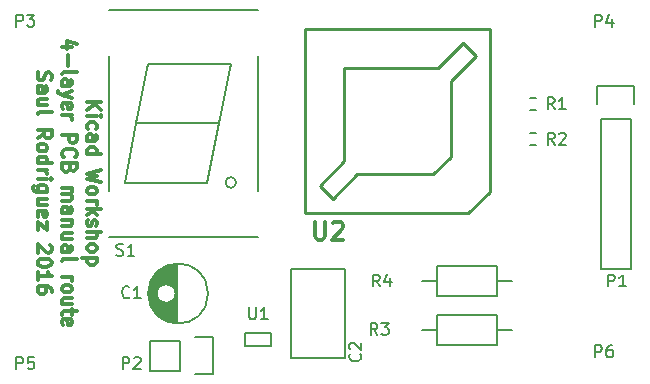
<source format=gto>
G04 #@! TF.FileFunction,Legend,Top*
%FSLAX46Y46*%
G04 Gerber Fmt 4.6, Leading zero omitted, Abs format (unit mm)*
G04 Created by KiCad (PCBNEW 4.0.4+e1-6308~48~ubuntu16.04.1-stable) date Fri Oct 14 16:45:37 2016*
%MOMM*%
%LPD*%
G01*
G04 APERTURE LIST*
%ADD10C,0.100000*%
%ADD11C,0.300000*%
%ADD12C,0.150000*%
%ADD13C,0.254000*%
%ADD14C,0.304800*%
G04 APERTURE END LIST*
D10*
D11*
X142257143Y-109842857D02*
X143457143Y-109842857D01*
X142257143Y-110528572D02*
X142942857Y-110014286D01*
X143457143Y-110528572D02*
X142771429Y-109842857D01*
X142257143Y-111042857D02*
X143057143Y-111042857D01*
X143457143Y-111042857D02*
X143400000Y-110985714D01*
X143342857Y-111042857D01*
X143400000Y-111100000D01*
X143457143Y-111042857D01*
X143342857Y-111042857D01*
X142314286Y-112128572D02*
X142257143Y-112014286D01*
X142257143Y-111785715D01*
X142314286Y-111671429D01*
X142371429Y-111614286D01*
X142485714Y-111557143D01*
X142828571Y-111557143D01*
X142942857Y-111614286D01*
X143000000Y-111671429D01*
X143057143Y-111785715D01*
X143057143Y-112014286D01*
X143000000Y-112128572D01*
X142257143Y-113157143D02*
X142885714Y-113157143D01*
X143000000Y-113100000D01*
X143057143Y-112985714D01*
X143057143Y-112757143D01*
X143000000Y-112642857D01*
X142314286Y-113157143D02*
X142257143Y-113042857D01*
X142257143Y-112757143D01*
X142314286Y-112642857D01*
X142428571Y-112585714D01*
X142542857Y-112585714D01*
X142657143Y-112642857D01*
X142714286Y-112757143D01*
X142714286Y-113042857D01*
X142771429Y-113157143D01*
X142257143Y-114242857D02*
X143457143Y-114242857D01*
X142314286Y-114242857D02*
X142257143Y-114128571D01*
X142257143Y-113900000D01*
X142314286Y-113785714D01*
X142371429Y-113728571D01*
X142485714Y-113671428D01*
X142828571Y-113671428D01*
X142942857Y-113728571D01*
X143000000Y-113785714D01*
X143057143Y-113900000D01*
X143057143Y-114128571D01*
X143000000Y-114242857D01*
X143457143Y-115614286D02*
X142257143Y-115900000D01*
X143114286Y-116128571D01*
X142257143Y-116357143D01*
X143457143Y-116642857D01*
X142257143Y-117271429D02*
X142314286Y-117157143D01*
X142371429Y-117100000D01*
X142485714Y-117042857D01*
X142828571Y-117042857D01*
X142942857Y-117100000D01*
X143000000Y-117157143D01*
X143057143Y-117271429D01*
X143057143Y-117442857D01*
X143000000Y-117557143D01*
X142942857Y-117614286D01*
X142828571Y-117671429D01*
X142485714Y-117671429D01*
X142371429Y-117614286D01*
X142314286Y-117557143D01*
X142257143Y-117442857D01*
X142257143Y-117271429D01*
X142257143Y-118185714D02*
X143057143Y-118185714D01*
X142828571Y-118185714D02*
X142942857Y-118242857D01*
X143000000Y-118300000D01*
X143057143Y-118414286D01*
X143057143Y-118528571D01*
X142257143Y-118928571D02*
X143457143Y-118928571D01*
X142714286Y-119042857D02*
X142257143Y-119385714D01*
X143057143Y-119385714D02*
X142600000Y-118928571D01*
X142314286Y-119842857D02*
X142257143Y-119957143D01*
X142257143Y-120185715D01*
X142314286Y-120300000D01*
X142428571Y-120357143D01*
X142485714Y-120357143D01*
X142600000Y-120300000D01*
X142657143Y-120185715D01*
X142657143Y-120014286D01*
X142714286Y-119900000D01*
X142828571Y-119842857D01*
X142885714Y-119842857D01*
X143000000Y-119900000D01*
X143057143Y-120014286D01*
X143057143Y-120185715D01*
X143000000Y-120300000D01*
X142257143Y-120871429D02*
X143457143Y-120871429D01*
X142257143Y-121385715D02*
X142885714Y-121385715D01*
X143000000Y-121328572D01*
X143057143Y-121214286D01*
X143057143Y-121042858D01*
X143000000Y-120928572D01*
X142942857Y-120871429D01*
X142257143Y-122128572D02*
X142314286Y-122014286D01*
X142371429Y-121957143D01*
X142485714Y-121900000D01*
X142828571Y-121900000D01*
X142942857Y-121957143D01*
X143000000Y-122014286D01*
X143057143Y-122128572D01*
X143057143Y-122300000D01*
X143000000Y-122414286D01*
X142942857Y-122471429D01*
X142828571Y-122528572D01*
X142485714Y-122528572D01*
X142371429Y-122471429D01*
X142314286Y-122414286D01*
X142257143Y-122300000D01*
X142257143Y-122128572D01*
X143057143Y-123042857D02*
X141857143Y-123042857D01*
X143000000Y-123042857D02*
X143057143Y-123157143D01*
X143057143Y-123385714D01*
X143000000Y-123500000D01*
X142942857Y-123557143D01*
X142828571Y-123614286D01*
X142485714Y-123614286D01*
X142371429Y-123557143D01*
X142314286Y-123500000D01*
X142257143Y-123385714D01*
X142257143Y-123157143D01*
X142314286Y-123042857D01*
X140957143Y-105214288D02*
X140157143Y-105214288D01*
X141414286Y-104928574D02*
X140557143Y-104642859D01*
X140557143Y-105385717D01*
X140614286Y-105842859D02*
X140614286Y-106757145D01*
X140157143Y-107500002D02*
X140214286Y-107385716D01*
X140328571Y-107328573D01*
X141357143Y-107328573D01*
X140157143Y-108471430D02*
X140785714Y-108471430D01*
X140900000Y-108414287D01*
X140957143Y-108300001D01*
X140957143Y-108071430D01*
X140900000Y-107957144D01*
X140214286Y-108471430D02*
X140157143Y-108357144D01*
X140157143Y-108071430D01*
X140214286Y-107957144D01*
X140328571Y-107900001D01*
X140442857Y-107900001D01*
X140557143Y-107957144D01*
X140614286Y-108071430D01*
X140614286Y-108357144D01*
X140671429Y-108471430D01*
X140957143Y-108928573D02*
X140157143Y-109214287D01*
X140957143Y-109500001D02*
X140157143Y-109214287D01*
X139871429Y-109100001D01*
X139814286Y-109042858D01*
X139757143Y-108928573D01*
X140214286Y-110414287D02*
X140157143Y-110300001D01*
X140157143Y-110071430D01*
X140214286Y-109957144D01*
X140328571Y-109900001D01*
X140785714Y-109900001D01*
X140900000Y-109957144D01*
X140957143Y-110071430D01*
X140957143Y-110300001D01*
X140900000Y-110414287D01*
X140785714Y-110471430D01*
X140671429Y-110471430D01*
X140557143Y-109900001D01*
X140157143Y-110985715D02*
X140957143Y-110985715D01*
X140728571Y-110985715D02*
X140842857Y-111042858D01*
X140900000Y-111100001D01*
X140957143Y-111214287D01*
X140957143Y-111328572D01*
X140157143Y-112642858D02*
X141357143Y-112642858D01*
X141357143Y-113100001D01*
X141300000Y-113214287D01*
X141242857Y-113271430D01*
X141128571Y-113328573D01*
X140957143Y-113328573D01*
X140842857Y-113271430D01*
X140785714Y-113214287D01*
X140728571Y-113100001D01*
X140728571Y-112642858D01*
X140271429Y-114528573D02*
X140214286Y-114471430D01*
X140157143Y-114300001D01*
X140157143Y-114185715D01*
X140214286Y-114014287D01*
X140328571Y-113900001D01*
X140442857Y-113842858D01*
X140671429Y-113785715D01*
X140842857Y-113785715D01*
X141071429Y-113842858D01*
X141185714Y-113900001D01*
X141300000Y-114014287D01*
X141357143Y-114185715D01*
X141357143Y-114300001D01*
X141300000Y-114471430D01*
X141242857Y-114528573D01*
X140785714Y-115442858D02*
X140728571Y-115614287D01*
X140671429Y-115671430D01*
X140557143Y-115728573D01*
X140385714Y-115728573D01*
X140271429Y-115671430D01*
X140214286Y-115614287D01*
X140157143Y-115500001D01*
X140157143Y-115042858D01*
X141357143Y-115042858D01*
X141357143Y-115442858D01*
X141300000Y-115557144D01*
X141242857Y-115614287D01*
X141128571Y-115671430D01*
X141014286Y-115671430D01*
X140900000Y-115614287D01*
X140842857Y-115557144D01*
X140785714Y-115442858D01*
X140785714Y-115042858D01*
X140157143Y-117157144D02*
X140957143Y-117157144D01*
X140842857Y-117157144D02*
X140900000Y-117214287D01*
X140957143Y-117328573D01*
X140957143Y-117500001D01*
X140900000Y-117614287D01*
X140785714Y-117671430D01*
X140157143Y-117671430D01*
X140785714Y-117671430D02*
X140900000Y-117728573D01*
X140957143Y-117842859D01*
X140957143Y-118014287D01*
X140900000Y-118128573D01*
X140785714Y-118185716D01*
X140157143Y-118185716D01*
X140157143Y-119271430D02*
X140785714Y-119271430D01*
X140900000Y-119214287D01*
X140957143Y-119100001D01*
X140957143Y-118871430D01*
X140900000Y-118757144D01*
X140214286Y-119271430D02*
X140157143Y-119157144D01*
X140157143Y-118871430D01*
X140214286Y-118757144D01*
X140328571Y-118700001D01*
X140442857Y-118700001D01*
X140557143Y-118757144D01*
X140614286Y-118871430D01*
X140614286Y-119157144D01*
X140671429Y-119271430D01*
X140957143Y-119842858D02*
X140157143Y-119842858D01*
X140842857Y-119842858D02*
X140900000Y-119900001D01*
X140957143Y-120014287D01*
X140957143Y-120185715D01*
X140900000Y-120300001D01*
X140785714Y-120357144D01*
X140157143Y-120357144D01*
X140957143Y-121442858D02*
X140157143Y-121442858D01*
X140957143Y-120928572D02*
X140328571Y-120928572D01*
X140214286Y-120985715D01*
X140157143Y-121100001D01*
X140157143Y-121271429D01*
X140214286Y-121385715D01*
X140271429Y-121442858D01*
X140157143Y-122528572D02*
X140785714Y-122528572D01*
X140900000Y-122471429D01*
X140957143Y-122357143D01*
X140957143Y-122128572D01*
X140900000Y-122014286D01*
X140214286Y-122528572D02*
X140157143Y-122414286D01*
X140157143Y-122128572D01*
X140214286Y-122014286D01*
X140328571Y-121957143D01*
X140442857Y-121957143D01*
X140557143Y-122014286D01*
X140614286Y-122128572D01*
X140614286Y-122414286D01*
X140671429Y-122528572D01*
X140157143Y-123271429D02*
X140214286Y-123157143D01*
X140328571Y-123100000D01*
X141357143Y-123100000D01*
X140157143Y-124642857D02*
X140957143Y-124642857D01*
X140728571Y-124642857D02*
X140842857Y-124700000D01*
X140900000Y-124757143D01*
X140957143Y-124871429D01*
X140957143Y-124985714D01*
X140157143Y-125557143D02*
X140214286Y-125442857D01*
X140271429Y-125385714D01*
X140385714Y-125328571D01*
X140728571Y-125328571D01*
X140842857Y-125385714D01*
X140900000Y-125442857D01*
X140957143Y-125557143D01*
X140957143Y-125728571D01*
X140900000Y-125842857D01*
X140842857Y-125900000D01*
X140728571Y-125957143D01*
X140385714Y-125957143D01*
X140271429Y-125900000D01*
X140214286Y-125842857D01*
X140157143Y-125728571D01*
X140157143Y-125557143D01*
X140957143Y-126985714D02*
X140157143Y-126985714D01*
X140957143Y-126471428D02*
X140328571Y-126471428D01*
X140214286Y-126528571D01*
X140157143Y-126642857D01*
X140157143Y-126814285D01*
X140214286Y-126928571D01*
X140271429Y-126985714D01*
X140957143Y-127385714D02*
X140957143Y-127842857D01*
X141357143Y-127557142D02*
X140328571Y-127557142D01*
X140214286Y-127614285D01*
X140157143Y-127728571D01*
X140157143Y-127842857D01*
X140214286Y-128699999D02*
X140157143Y-128585713D01*
X140157143Y-128357142D01*
X140214286Y-128242856D01*
X140328571Y-128185713D01*
X140785714Y-128185713D01*
X140900000Y-128242856D01*
X140957143Y-128357142D01*
X140957143Y-128585713D01*
X140900000Y-128699999D01*
X140785714Y-128757142D01*
X140671429Y-128757142D01*
X140557143Y-128185713D01*
X138114286Y-107328572D02*
X138057143Y-107500001D01*
X138057143Y-107785715D01*
X138114286Y-107900001D01*
X138171429Y-107957144D01*
X138285714Y-108014287D01*
X138400000Y-108014287D01*
X138514286Y-107957144D01*
X138571429Y-107900001D01*
X138628571Y-107785715D01*
X138685714Y-107557144D01*
X138742857Y-107442858D01*
X138800000Y-107385715D01*
X138914286Y-107328572D01*
X139028571Y-107328572D01*
X139142857Y-107385715D01*
X139200000Y-107442858D01*
X139257143Y-107557144D01*
X139257143Y-107842858D01*
X139200000Y-108014287D01*
X138057143Y-109042858D02*
X138685714Y-109042858D01*
X138800000Y-108985715D01*
X138857143Y-108871429D01*
X138857143Y-108642858D01*
X138800000Y-108528572D01*
X138114286Y-109042858D02*
X138057143Y-108928572D01*
X138057143Y-108642858D01*
X138114286Y-108528572D01*
X138228571Y-108471429D01*
X138342857Y-108471429D01*
X138457143Y-108528572D01*
X138514286Y-108642858D01*
X138514286Y-108928572D01*
X138571429Y-109042858D01*
X138857143Y-110128572D02*
X138057143Y-110128572D01*
X138857143Y-109614286D02*
X138228571Y-109614286D01*
X138114286Y-109671429D01*
X138057143Y-109785715D01*
X138057143Y-109957143D01*
X138114286Y-110071429D01*
X138171429Y-110128572D01*
X138057143Y-110871429D02*
X138114286Y-110757143D01*
X138228571Y-110700000D01*
X139257143Y-110700000D01*
X138057143Y-112928572D02*
X138628571Y-112528572D01*
X138057143Y-112242857D02*
X139257143Y-112242857D01*
X139257143Y-112700000D01*
X139200000Y-112814286D01*
X139142857Y-112871429D01*
X139028571Y-112928572D01*
X138857143Y-112928572D01*
X138742857Y-112871429D01*
X138685714Y-112814286D01*
X138628571Y-112700000D01*
X138628571Y-112242857D01*
X138057143Y-113614286D02*
X138114286Y-113500000D01*
X138171429Y-113442857D01*
X138285714Y-113385714D01*
X138628571Y-113385714D01*
X138742857Y-113442857D01*
X138800000Y-113500000D01*
X138857143Y-113614286D01*
X138857143Y-113785714D01*
X138800000Y-113900000D01*
X138742857Y-113957143D01*
X138628571Y-114014286D01*
X138285714Y-114014286D01*
X138171429Y-113957143D01*
X138114286Y-113900000D01*
X138057143Y-113785714D01*
X138057143Y-113614286D01*
X138057143Y-115042857D02*
X139257143Y-115042857D01*
X138114286Y-115042857D02*
X138057143Y-114928571D01*
X138057143Y-114700000D01*
X138114286Y-114585714D01*
X138171429Y-114528571D01*
X138285714Y-114471428D01*
X138628571Y-114471428D01*
X138742857Y-114528571D01*
X138800000Y-114585714D01*
X138857143Y-114700000D01*
X138857143Y-114928571D01*
X138800000Y-115042857D01*
X138057143Y-115614285D02*
X138857143Y-115614285D01*
X138628571Y-115614285D02*
X138742857Y-115671428D01*
X138800000Y-115728571D01*
X138857143Y-115842857D01*
X138857143Y-115957142D01*
X138057143Y-116357142D02*
X138857143Y-116357142D01*
X139257143Y-116357142D02*
X139200000Y-116299999D01*
X139142857Y-116357142D01*
X139200000Y-116414285D01*
X139257143Y-116357142D01*
X139142857Y-116357142D01*
X138857143Y-117442857D02*
X137885714Y-117442857D01*
X137771429Y-117385714D01*
X137714286Y-117328571D01*
X137657143Y-117214286D01*
X137657143Y-117042857D01*
X137714286Y-116928571D01*
X138114286Y-117442857D02*
X138057143Y-117328571D01*
X138057143Y-117100000D01*
X138114286Y-116985714D01*
X138171429Y-116928571D01*
X138285714Y-116871428D01*
X138628571Y-116871428D01*
X138742857Y-116928571D01*
X138800000Y-116985714D01*
X138857143Y-117100000D01*
X138857143Y-117328571D01*
X138800000Y-117442857D01*
X138857143Y-118528571D02*
X138057143Y-118528571D01*
X138857143Y-118014285D02*
X138228571Y-118014285D01*
X138114286Y-118071428D01*
X138057143Y-118185714D01*
X138057143Y-118357142D01*
X138114286Y-118471428D01*
X138171429Y-118528571D01*
X138114286Y-119557142D02*
X138057143Y-119442856D01*
X138057143Y-119214285D01*
X138114286Y-119099999D01*
X138228571Y-119042856D01*
X138685714Y-119042856D01*
X138800000Y-119099999D01*
X138857143Y-119214285D01*
X138857143Y-119442856D01*
X138800000Y-119557142D01*
X138685714Y-119614285D01*
X138571429Y-119614285D01*
X138457143Y-119042856D01*
X138857143Y-120014285D02*
X138857143Y-120642856D01*
X138057143Y-120014285D01*
X138057143Y-120642856D01*
X139142857Y-121957142D02*
X139200000Y-122014285D01*
X139257143Y-122128571D01*
X139257143Y-122414285D01*
X139200000Y-122528571D01*
X139142857Y-122585714D01*
X139028571Y-122642857D01*
X138914286Y-122642857D01*
X138742857Y-122585714D01*
X138057143Y-121900000D01*
X138057143Y-122642857D01*
X139257143Y-123385714D02*
X139257143Y-123499999D01*
X139200000Y-123614285D01*
X139142857Y-123671428D01*
X139028571Y-123728571D01*
X138800000Y-123785714D01*
X138514286Y-123785714D01*
X138285714Y-123728571D01*
X138171429Y-123671428D01*
X138114286Y-123614285D01*
X138057143Y-123499999D01*
X138057143Y-123385714D01*
X138114286Y-123271428D01*
X138171429Y-123214285D01*
X138285714Y-123157142D01*
X138514286Y-123099999D01*
X138800000Y-123099999D01*
X139028571Y-123157142D01*
X139142857Y-123214285D01*
X139200000Y-123271428D01*
X139257143Y-123385714D01*
X138057143Y-124928571D02*
X138057143Y-124242856D01*
X138057143Y-124585714D02*
X139257143Y-124585714D01*
X139085714Y-124471428D01*
X138971429Y-124357142D01*
X138914286Y-124242856D01*
X139257143Y-125957142D02*
X139257143Y-125728571D01*
X139200000Y-125614285D01*
X139142857Y-125557142D01*
X138971429Y-125442856D01*
X138742857Y-125385713D01*
X138285714Y-125385713D01*
X138171429Y-125442856D01*
X138114286Y-125499999D01*
X138057143Y-125614285D01*
X138057143Y-125842856D01*
X138114286Y-125957142D01*
X138171429Y-126014285D01*
X138285714Y-126071428D01*
X138571429Y-126071428D01*
X138685714Y-126014285D01*
X138742857Y-125957142D01*
X138800000Y-125842856D01*
X138800000Y-125614285D01*
X138742857Y-125499999D01*
X138685714Y-125442856D01*
X138571429Y-125385713D01*
D12*
X149875000Y-128559000D02*
X149875000Y-123561000D01*
X149735000Y-128551000D02*
X149735000Y-126214000D01*
X149735000Y-125906000D02*
X149735000Y-123569000D01*
X149595000Y-128535000D02*
X149595000Y-126533000D01*
X149595000Y-125587000D02*
X149595000Y-123585000D01*
X149455000Y-128511000D02*
X149455000Y-126680000D01*
X149455000Y-125440000D02*
X149455000Y-123609000D01*
X149315000Y-128478000D02*
X149315000Y-126772000D01*
X149315000Y-125348000D02*
X149315000Y-123642000D01*
X149175000Y-128437000D02*
X149175000Y-126828000D01*
X149175000Y-125292000D02*
X149175000Y-123683000D01*
X149035000Y-128387000D02*
X149035000Y-126855000D01*
X149035000Y-125265000D02*
X149035000Y-123733000D01*
X148895000Y-128326000D02*
X148895000Y-126858000D01*
X148895000Y-125262000D02*
X148895000Y-123794000D01*
X148755000Y-128256000D02*
X148755000Y-126836000D01*
X148755000Y-125284000D02*
X148755000Y-123864000D01*
X148615000Y-128174000D02*
X148615000Y-126786000D01*
X148615000Y-125334000D02*
X148615000Y-123946000D01*
X148475000Y-128079000D02*
X148475000Y-126704000D01*
X148475000Y-125416000D02*
X148475000Y-124041000D01*
X148335000Y-127968000D02*
X148335000Y-126572000D01*
X148335000Y-125548000D02*
X148335000Y-124152000D01*
X148195000Y-127840000D02*
X148195000Y-126325000D01*
X148195000Y-125795000D02*
X148195000Y-124280000D01*
X148055000Y-127691000D02*
X148055000Y-124429000D01*
X147915000Y-127512000D02*
X147915000Y-124608000D01*
X147775000Y-127293000D02*
X147775000Y-124827000D01*
X147635000Y-127004000D02*
X147635000Y-125116000D01*
X147495000Y-126532000D02*
X147495000Y-125588000D01*
X149750000Y-126060000D02*
G75*
G03X149750000Y-126060000I-800000J0D01*
G01*
X152487500Y-126060000D02*
G75*
G03X152487500Y-126060000I-2537500J0D01*
G01*
X164050000Y-124010000D02*
X164050000Y-131510000D01*
X164050000Y-131510000D02*
X159550000Y-131510000D01*
X159550000Y-131510000D02*
X159550000Y-124010000D01*
X159550000Y-124010000D02*
X164050000Y-124010000D01*
X188270000Y-111270000D02*
X188270000Y-123970000D01*
X188270000Y-123970000D02*
X185730000Y-123970000D01*
X185730000Y-123970000D02*
X185730000Y-111270000D01*
X188550000Y-108450000D02*
X188550000Y-110000000D01*
X188270000Y-111270000D02*
X185730000Y-111270000D01*
X185450000Y-110000000D02*
X185450000Y-108450000D01*
X185450000Y-108450000D02*
X188550000Y-108450000D01*
X150110000Y-132590000D02*
X147570000Y-132590000D01*
X152930000Y-132870000D02*
X151380000Y-132870000D01*
X150110000Y-132590000D02*
X150110000Y-130050000D01*
X151380000Y-129770000D02*
X152930000Y-129770000D01*
X152930000Y-129770000D02*
X152930000Y-132870000D01*
X150110000Y-130050000D02*
X147570000Y-130050000D01*
X147570000Y-130050000D02*
X147570000Y-132590000D01*
X180250000Y-109475000D02*
X179750000Y-109475000D01*
X179750000Y-110525000D02*
X180250000Y-110525000D01*
X180250000Y-112475000D02*
X179750000Y-112475000D01*
X179750000Y-113525000D02*
X180250000Y-113525000D01*
X171890000Y-127900000D02*
X176970000Y-127900000D01*
X176970000Y-127900000D02*
X176970000Y-130440000D01*
X176970000Y-130440000D02*
X171890000Y-130440000D01*
X171890000Y-130440000D02*
X171890000Y-127900000D01*
X171890000Y-129170000D02*
X170620000Y-129170000D01*
X176970000Y-129170000D02*
X178240000Y-129170000D01*
X176950000Y-126260000D02*
X171870000Y-126260000D01*
X171870000Y-126260000D02*
X171870000Y-123720000D01*
X171870000Y-123720000D02*
X176950000Y-123720000D01*
X176950000Y-123720000D02*
X176950000Y-126260000D01*
X176950000Y-124990000D02*
X178220000Y-124990000D01*
X171870000Y-124990000D02*
X170600000Y-124990000D01*
X154867214Y-116660000D02*
G75*
G03X154867214Y-116660000I-447214J0D01*
G01*
X147420000Y-106660000D02*
X146420000Y-111660000D01*
X146420000Y-111660000D02*
X145420000Y-116660000D01*
X145420000Y-116660000D02*
X152420000Y-116660000D01*
X152420000Y-116660000D02*
X153420000Y-111660000D01*
X154420000Y-106660000D02*
X153420000Y-111660000D01*
X153420000Y-111660000D02*
X146420000Y-111660000D01*
X147420000Y-106660000D02*
X154420000Y-106660000D01*
X156720000Y-121260000D02*
X144120000Y-121260000D01*
X144120000Y-105960000D02*
X144120000Y-117360000D01*
X156720000Y-105960000D02*
X156720000Y-117360000D01*
X144120000Y-102060000D02*
X156720000Y-102060000D01*
X155640000Y-129430000D02*
X155640000Y-130530000D01*
X155640000Y-130530000D02*
X157840000Y-130530000D01*
X157840000Y-130530000D02*
X157840000Y-129430000D01*
X157840000Y-129430000D02*
X155690000Y-129430000D01*
X155690000Y-129430000D02*
X155640000Y-129430000D01*
D13*
X164036461Y-114860260D02*
X164036461Y-106958320D01*
X164036461Y-106958320D02*
X171938401Y-106958320D01*
X171938401Y-106958320D02*
X174036441Y-104860280D01*
X174036441Y-104860280D02*
X175136261Y-105960100D01*
X175136261Y-105960100D02*
X173038221Y-108058140D01*
X173038221Y-108058140D02*
X173038221Y-114458940D01*
X173038221Y-114458940D02*
X171537081Y-115960080D01*
X171537081Y-115960080D02*
X165136281Y-115960080D01*
X164036461Y-114860260D02*
X161938421Y-116958300D01*
X161938421Y-116958300D02*
X163038241Y-118058120D01*
X163038241Y-118058120D02*
X165136281Y-115960080D01*
X176337681Y-103658860D02*
X160737001Y-103658860D01*
X160737001Y-103658860D02*
X160737001Y-119259540D01*
X160737001Y-119259540D02*
X174536821Y-119259540D01*
X174536821Y-119259540D02*
X176337681Y-117458680D01*
X176337681Y-117458680D02*
X176337681Y-103658860D01*
D12*
X145833334Y-126357143D02*
X145785715Y-126404762D01*
X145642858Y-126452381D01*
X145547620Y-126452381D01*
X145404762Y-126404762D01*
X145309524Y-126309524D01*
X145261905Y-126214286D01*
X145214286Y-126023810D01*
X145214286Y-125880952D01*
X145261905Y-125690476D01*
X145309524Y-125595238D01*
X145404762Y-125500000D01*
X145547620Y-125452381D01*
X145642858Y-125452381D01*
X145785715Y-125500000D01*
X145833334Y-125547619D01*
X146785715Y-126452381D02*
X146214286Y-126452381D01*
X146500000Y-126452381D02*
X146500000Y-125452381D01*
X146404762Y-125595238D01*
X146309524Y-125690476D01*
X146214286Y-125738095D01*
X165357143Y-131166666D02*
X165404762Y-131214285D01*
X165452381Y-131357142D01*
X165452381Y-131452380D01*
X165404762Y-131595238D01*
X165309524Y-131690476D01*
X165214286Y-131738095D01*
X165023810Y-131785714D01*
X164880952Y-131785714D01*
X164690476Y-131738095D01*
X164595238Y-131690476D01*
X164500000Y-131595238D01*
X164452381Y-131452380D01*
X164452381Y-131357142D01*
X164500000Y-131214285D01*
X164547619Y-131166666D01*
X164547619Y-130785714D02*
X164500000Y-130738095D01*
X164452381Y-130642857D01*
X164452381Y-130404761D01*
X164500000Y-130309523D01*
X164547619Y-130261904D01*
X164642857Y-130214285D01*
X164738095Y-130214285D01*
X164880952Y-130261904D01*
X165452381Y-130833333D01*
X165452381Y-130214285D01*
X186361905Y-125452381D02*
X186361905Y-124452381D01*
X186742858Y-124452381D01*
X186838096Y-124500000D01*
X186885715Y-124547619D01*
X186933334Y-124642857D01*
X186933334Y-124785714D01*
X186885715Y-124880952D01*
X186838096Y-124928571D01*
X186742858Y-124976190D01*
X186361905Y-124976190D01*
X187885715Y-125452381D02*
X187314286Y-125452381D01*
X187600000Y-125452381D02*
X187600000Y-124452381D01*
X187504762Y-124595238D01*
X187409524Y-124690476D01*
X187314286Y-124738095D01*
X145261905Y-132452381D02*
X145261905Y-131452381D01*
X145642858Y-131452381D01*
X145738096Y-131500000D01*
X145785715Y-131547619D01*
X145833334Y-131642857D01*
X145833334Y-131785714D01*
X145785715Y-131880952D01*
X145738096Y-131928571D01*
X145642858Y-131976190D01*
X145261905Y-131976190D01*
X146214286Y-131547619D02*
X146261905Y-131500000D01*
X146357143Y-131452381D01*
X146595239Y-131452381D01*
X146690477Y-131500000D01*
X146738096Y-131547619D01*
X146785715Y-131642857D01*
X146785715Y-131738095D01*
X146738096Y-131880952D01*
X146166667Y-132452381D01*
X146785715Y-132452381D01*
X181833334Y-110452381D02*
X181500000Y-109976190D01*
X181261905Y-110452381D02*
X181261905Y-109452381D01*
X181642858Y-109452381D01*
X181738096Y-109500000D01*
X181785715Y-109547619D01*
X181833334Y-109642857D01*
X181833334Y-109785714D01*
X181785715Y-109880952D01*
X181738096Y-109928571D01*
X181642858Y-109976190D01*
X181261905Y-109976190D01*
X182785715Y-110452381D02*
X182214286Y-110452381D01*
X182500000Y-110452381D02*
X182500000Y-109452381D01*
X182404762Y-109595238D01*
X182309524Y-109690476D01*
X182214286Y-109738095D01*
X181833334Y-113452381D02*
X181500000Y-112976190D01*
X181261905Y-113452381D02*
X181261905Y-112452381D01*
X181642858Y-112452381D01*
X181738096Y-112500000D01*
X181785715Y-112547619D01*
X181833334Y-112642857D01*
X181833334Y-112785714D01*
X181785715Y-112880952D01*
X181738096Y-112928571D01*
X181642858Y-112976190D01*
X181261905Y-112976190D01*
X182214286Y-112547619D02*
X182261905Y-112500000D01*
X182357143Y-112452381D01*
X182595239Y-112452381D01*
X182690477Y-112500000D01*
X182738096Y-112547619D01*
X182785715Y-112642857D01*
X182785715Y-112738095D01*
X182738096Y-112880952D01*
X182166667Y-113452381D01*
X182785715Y-113452381D01*
X166833334Y-129552381D02*
X166500000Y-129076190D01*
X166261905Y-129552381D02*
X166261905Y-128552381D01*
X166642858Y-128552381D01*
X166738096Y-128600000D01*
X166785715Y-128647619D01*
X166833334Y-128742857D01*
X166833334Y-128885714D01*
X166785715Y-128980952D01*
X166738096Y-129028571D01*
X166642858Y-129076190D01*
X166261905Y-129076190D01*
X167166667Y-128552381D02*
X167785715Y-128552381D01*
X167452381Y-128933333D01*
X167595239Y-128933333D01*
X167690477Y-128980952D01*
X167738096Y-129028571D01*
X167785715Y-129123810D01*
X167785715Y-129361905D01*
X167738096Y-129457143D01*
X167690477Y-129504762D01*
X167595239Y-129552381D01*
X167309524Y-129552381D01*
X167214286Y-129504762D01*
X167166667Y-129457143D01*
X167033334Y-125452381D02*
X166700000Y-124976190D01*
X166461905Y-125452381D02*
X166461905Y-124452381D01*
X166842858Y-124452381D01*
X166938096Y-124500000D01*
X166985715Y-124547619D01*
X167033334Y-124642857D01*
X167033334Y-124785714D01*
X166985715Y-124880952D01*
X166938096Y-124928571D01*
X166842858Y-124976190D01*
X166461905Y-124976190D01*
X167890477Y-124785714D02*
X167890477Y-125452381D01*
X167652381Y-124404762D02*
X167414286Y-125119048D01*
X168033334Y-125119048D01*
X144738095Y-122804762D02*
X144880952Y-122852381D01*
X145119048Y-122852381D01*
X145214286Y-122804762D01*
X145261905Y-122757143D01*
X145309524Y-122661905D01*
X145309524Y-122566667D01*
X145261905Y-122471429D01*
X145214286Y-122423810D01*
X145119048Y-122376190D01*
X144928571Y-122328571D01*
X144833333Y-122280952D01*
X144785714Y-122233333D01*
X144738095Y-122138095D01*
X144738095Y-122042857D01*
X144785714Y-121947619D01*
X144833333Y-121900000D01*
X144928571Y-121852381D01*
X145166667Y-121852381D01*
X145309524Y-121900000D01*
X146261905Y-122852381D02*
X145690476Y-122852381D01*
X145976190Y-122852381D02*
X145976190Y-121852381D01*
X145880952Y-121995238D01*
X145785714Y-122090476D01*
X145690476Y-122138095D01*
X155978095Y-127232381D02*
X155978095Y-128041905D01*
X156025714Y-128137143D01*
X156073333Y-128184762D01*
X156168571Y-128232381D01*
X156359048Y-128232381D01*
X156454286Y-128184762D01*
X156501905Y-128137143D01*
X156549524Y-128041905D01*
X156549524Y-127232381D01*
X157549524Y-128232381D02*
X156978095Y-128232381D01*
X157263809Y-128232381D02*
X157263809Y-127232381D01*
X157168571Y-127375238D01*
X157073333Y-127470476D01*
X156978095Y-127518095D01*
D14*
X161538857Y-119965429D02*
X161538857Y-121199143D01*
X161611429Y-121344286D01*
X161684000Y-121416857D01*
X161829143Y-121489429D01*
X162119429Y-121489429D01*
X162264571Y-121416857D01*
X162337143Y-121344286D01*
X162409714Y-121199143D01*
X162409714Y-119965429D01*
X163062857Y-120110571D02*
X163135428Y-120038000D01*
X163280571Y-119965429D01*
X163643428Y-119965429D01*
X163788571Y-120038000D01*
X163861142Y-120110571D01*
X163933714Y-120255714D01*
X163933714Y-120400857D01*
X163861142Y-120618571D01*
X162990285Y-121489429D01*
X163933714Y-121489429D01*
D12*
X136261905Y-103452381D02*
X136261905Y-102452381D01*
X136642858Y-102452381D01*
X136738096Y-102500000D01*
X136785715Y-102547619D01*
X136833334Y-102642857D01*
X136833334Y-102785714D01*
X136785715Y-102880952D01*
X136738096Y-102928571D01*
X136642858Y-102976190D01*
X136261905Y-102976190D01*
X137166667Y-102452381D02*
X137785715Y-102452381D01*
X137452381Y-102833333D01*
X137595239Y-102833333D01*
X137690477Y-102880952D01*
X137738096Y-102928571D01*
X137785715Y-103023810D01*
X137785715Y-103261905D01*
X137738096Y-103357143D01*
X137690477Y-103404762D01*
X137595239Y-103452381D01*
X137309524Y-103452381D01*
X137214286Y-103404762D01*
X137166667Y-103357143D01*
X185261905Y-103452381D02*
X185261905Y-102452381D01*
X185642858Y-102452381D01*
X185738096Y-102500000D01*
X185785715Y-102547619D01*
X185833334Y-102642857D01*
X185833334Y-102785714D01*
X185785715Y-102880952D01*
X185738096Y-102928571D01*
X185642858Y-102976190D01*
X185261905Y-102976190D01*
X186690477Y-102785714D02*
X186690477Y-103452381D01*
X186452381Y-102404762D02*
X186214286Y-103119048D01*
X186833334Y-103119048D01*
X136261905Y-132452381D02*
X136261905Y-131452381D01*
X136642858Y-131452381D01*
X136738096Y-131500000D01*
X136785715Y-131547619D01*
X136833334Y-131642857D01*
X136833334Y-131785714D01*
X136785715Y-131880952D01*
X136738096Y-131928571D01*
X136642858Y-131976190D01*
X136261905Y-131976190D01*
X137738096Y-131452381D02*
X137261905Y-131452381D01*
X137214286Y-131928571D01*
X137261905Y-131880952D01*
X137357143Y-131833333D01*
X137595239Y-131833333D01*
X137690477Y-131880952D01*
X137738096Y-131928571D01*
X137785715Y-132023810D01*
X137785715Y-132261905D01*
X137738096Y-132357143D01*
X137690477Y-132404762D01*
X137595239Y-132452381D01*
X137357143Y-132452381D01*
X137261905Y-132404762D01*
X137214286Y-132357143D01*
X185261905Y-131452381D02*
X185261905Y-130452381D01*
X185642858Y-130452381D01*
X185738096Y-130500000D01*
X185785715Y-130547619D01*
X185833334Y-130642857D01*
X185833334Y-130785714D01*
X185785715Y-130880952D01*
X185738096Y-130928571D01*
X185642858Y-130976190D01*
X185261905Y-130976190D01*
X186690477Y-130452381D02*
X186500000Y-130452381D01*
X186404762Y-130500000D01*
X186357143Y-130547619D01*
X186261905Y-130690476D01*
X186214286Y-130880952D01*
X186214286Y-131261905D01*
X186261905Y-131357143D01*
X186309524Y-131404762D01*
X186404762Y-131452381D01*
X186595239Y-131452381D01*
X186690477Y-131404762D01*
X186738096Y-131357143D01*
X186785715Y-131261905D01*
X186785715Y-131023810D01*
X186738096Y-130928571D01*
X186690477Y-130880952D01*
X186595239Y-130833333D01*
X186404762Y-130833333D01*
X186309524Y-130880952D01*
X186261905Y-130928571D01*
X186214286Y-131023810D01*
M02*

</source>
